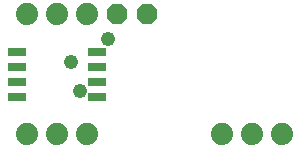
<source format=gts>
G75*
%MOIN*%
%OFA0B0*%
%FSLAX25Y25*%
%IPPOS*%
%LPD*%
%AMOC8*
5,1,8,0,0,1.08239X$1,22.5*
%
%ADD10C,0.07400*%
%ADD11R,0.06312X0.02769*%
%ADD12OC8,0.06800*%
%ADD13C,0.04800*%
D10*
X0016800Y0016800D03*
X0026800Y0016800D03*
X0036800Y0016800D03*
X0081800Y0016800D03*
X0091800Y0016800D03*
X0101800Y0016800D03*
X0036800Y0056800D03*
X0026800Y0056800D03*
X0016800Y0056800D03*
D11*
X0013398Y0044300D03*
X0013398Y0039339D03*
X0013398Y0034339D03*
X0013398Y0029339D03*
X0040202Y0029300D03*
X0040202Y0034300D03*
X0040202Y0039300D03*
X0040202Y0044300D03*
D12*
X0046800Y0056800D03*
X0056800Y0056800D03*
D13*
X0043709Y0048631D03*
X0031406Y0040757D03*
X0034359Y0031406D03*
M02*

</source>
